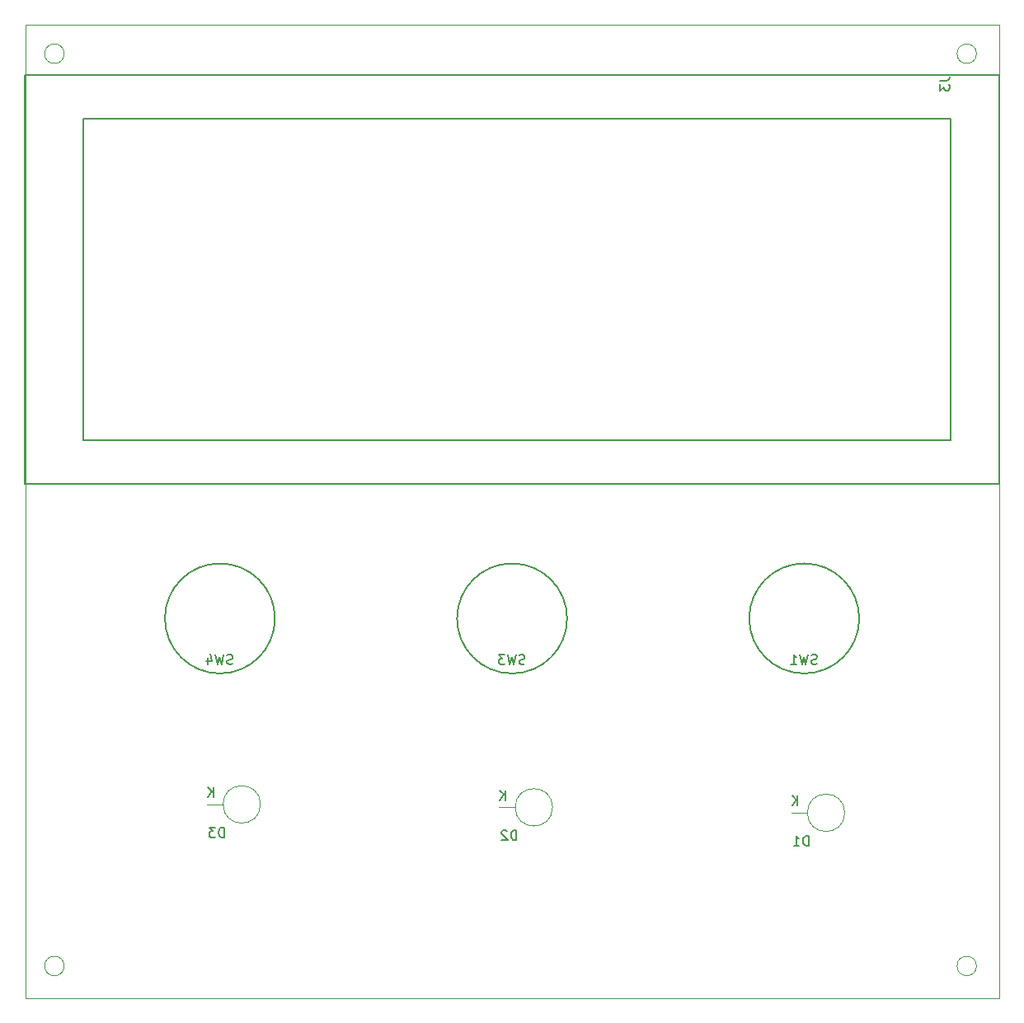
<source format=gbr>
%TF.GenerationSoftware,KiCad,Pcbnew,(5.0.0)*%
%TF.CreationDate,2020-03-24T12:10:01+01:00*%
%TF.ProjectId,Schaltplan_Modul2,536368616C74706C616E5F4D6F64756C,rev?*%
%TF.SameCoordinates,Original*%
%TF.FileFunction,Legend,Bot*%
%TF.FilePolarity,Positive*%
%FSLAX46Y46*%
G04 Gerber Fmt 4.6, Leading zero omitted, Abs format (unit mm)*
G04 Created by KiCad (PCBNEW (5.0.0)) date 03/24/20 12:10:01*
%MOMM*%
%LPD*%
G01*
G04 APERTURE LIST*
%ADD10C,0.100000*%
%ADD11C,0.150000*%
%ADD12C,0.120000*%
G04 APERTURE END LIST*
D10*
X98285000Y-141450000D02*
G75*
G03X98285000Y-141450000I-1000000J0D01*
G01*
X191980000Y-141450000D02*
G75*
G03X191980000Y-141450000I-1000000J0D01*
G01*
X191980000Y-47755000D02*
G75*
G03X191980000Y-47755000I-1000000J0D01*
G01*
X98285000Y-47755000D02*
G75*
G03X98285000Y-47755000I-1000000J0D01*
G01*
X94285000Y-144755000D02*
X194285000Y-144755000D01*
X194285000Y-44755000D02*
X194285000Y-144755000D01*
X94285000Y-144755000D02*
X94285000Y-44755000D01*
X94285000Y-44755000D02*
X194285000Y-44755000D01*
D11*
%TO.C,SW4*%
X119935000Y-105755000D02*
G75*
G03X119935000Y-105755000I-5650000J0D01*
G01*
%TO.C,SW3*%
X149935000Y-105755000D02*
G75*
G03X149935000Y-105755000I-5650000J0D01*
G01*
%TO.C,SW1*%
X179935000Y-105755000D02*
G75*
G03X179935000Y-105755000I-5650000J0D01*
G01*
D12*
%TO.C,D1*%
X174605000Y-125715000D02*
X172945000Y-125715000D01*
X178445000Y-125715000D02*
G75*
G03X178445000Y-125715000I-1920000J0D01*
G01*
%TO.C,D2*%
X144605000Y-125155000D02*
X142945000Y-125155000D01*
X148445000Y-125155000D02*
G75*
G03X148445000Y-125155000I-1920000J0D01*
G01*
%TO.C,D3*%
X114605000Y-124854000D02*
X112945000Y-124854000D01*
X118445000Y-124854000D02*
G75*
G03X118445000Y-124854000I-1920000J0D01*
G01*
D11*
%TO.C,J3*%
X189279877Y-87414071D02*
X189279877Y-54414071D01*
X100279877Y-87414071D02*
X189279877Y-87414071D01*
X100279877Y-54414071D02*
X189279877Y-54414071D01*
X100279877Y-54414071D02*
X100279877Y-87414071D01*
X94279877Y-49914071D02*
X194279877Y-49914071D01*
X194279877Y-91914071D02*
X194279877Y-49914071D01*
X94279877Y-91914071D02*
X194279877Y-91914071D01*
X94279877Y-49914071D02*
X94279877Y-91914071D01*
%TD*%
%TO.C,SW4*%
X115588333Y-110419761D02*
X115445476Y-110467380D01*
X115207380Y-110467380D01*
X115112142Y-110419761D01*
X115064523Y-110372142D01*
X115016904Y-110276904D01*
X115016904Y-110181666D01*
X115064523Y-110086428D01*
X115112142Y-110038809D01*
X115207380Y-109991190D01*
X115397857Y-109943571D01*
X115493095Y-109895952D01*
X115540714Y-109848333D01*
X115588333Y-109753095D01*
X115588333Y-109657857D01*
X115540714Y-109562619D01*
X115493095Y-109515000D01*
X115397857Y-109467380D01*
X115159761Y-109467380D01*
X115016904Y-109515000D01*
X114683571Y-109467380D02*
X114445476Y-110467380D01*
X114255000Y-109753095D01*
X114064523Y-110467380D01*
X113826428Y-109467380D01*
X113016904Y-109800714D02*
X113016904Y-110467380D01*
X113255000Y-109419761D02*
X113493095Y-110134047D01*
X112874047Y-110134047D01*
%TO.C,SW3*%
X145588333Y-110419761D02*
X145445476Y-110467380D01*
X145207380Y-110467380D01*
X145112142Y-110419761D01*
X145064523Y-110372142D01*
X145016904Y-110276904D01*
X145016904Y-110181666D01*
X145064523Y-110086428D01*
X145112142Y-110038809D01*
X145207380Y-109991190D01*
X145397857Y-109943571D01*
X145493095Y-109895952D01*
X145540714Y-109848333D01*
X145588333Y-109753095D01*
X145588333Y-109657857D01*
X145540714Y-109562619D01*
X145493095Y-109515000D01*
X145397857Y-109467380D01*
X145159761Y-109467380D01*
X145016904Y-109515000D01*
X144683571Y-109467380D02*
X144445476Y-110467380D01*
X144255000Y-109753095D01*
X144064523Y-110467380D01*
X143826428Y-109467380D01*
X143540714Y-109467380D02*
X142921666Y-109467380D01*
X143255000Y-109848333D01*
X143112142Y-109848333D01*
X143016904Y-109895952D01*
X142969285Y-109943571D01*
X142921666Y-110038809D01*
X142921666Y-110276904D01*
X142969285Y-110372142D01*
X143016904Y-110419761D01*
X143112142Y-110467380D01*
X143397857Y-110467380D01*
X143493095Y-110419761D01*
X143540714Y-110372142D01*
%TO.C,SW1*%
X175588333Y-110419761D02*
X175445476Y-110467380D01*
X175207380Y-110467380D01*
X175112142Y-110419761D01*
X175064523Y-110372142D01*
X175016904Y-110276904D01*
X175016904Y-110181666D01*
X175064523Y-110086428D01*
X175112142Y-110038809D01*
X175207380Y-109991190D01*
X175397857Y-109943571D01*
X175493095Y-109895952D01*
X175540714Y-109848333D01*
X175588333Y-109753095D01*
X175588333Y-109657857D01*
X175540714Y-109562619D01*
X175493095Y-109515000D01*
X175397857Y-109467380D01*
X175159761Y-109467380D01*
X175016904Y-109515000D01*
X174683571Y-109467380D02*
X174445476Y-110467380D01*
X174255000Y-109753095D01*
X174064523Y-110467380D01*
X173826428Y-109467380D01*
X172921666Y-110467380D02*
X173493095Y-110467380D01*
X173207380Y-110467380D02*
X173207380Y-109467380D01*
X173302619Y-109610238D01*
X173397857Y-109705476D01*
X173493095Y-109753095D01*
%TO.C,D1*%
X174723095Y-129087380D02*
X174723095Y-128087380D01*
X174485000Y-128087380D01*
X174342142Y-128135000D01*
X174246904Y-128230238D01*
X174199285Y-128325476D01*
X174151666Y-128515952D01*
X174151666Y-128658809D01*
X174199285Y-128849285D01*
X174246904Y-128944523D01*
X174342142Y-129039761D01*
X174485000Y-129087380D01*
X174723095Y-129087380D01*
X173199285Y-129087380D02*
X173770714Y-129087380D01*
X173485000Y-129087380D02*
X173485000Y-128087380D01*
X173580238Y-128230238D01*
X173675476Y-128325476D01*
X173770714Y-128373095D01*
X173606904Y-124967380D02*
X173606904Y-123967380D01*
X173035476Y-124967380D02*
X173464047Y-124395952D01*
X173035476Y-123967380D02*
X173606904Y-124538809D01*
%TO.C,D2*%
X144723095Y-128527380D02*
X144723095Y-127527380D01*
X144485000Y-127527380D01*
X144342142Y-127575000D01*
X144246904Y-127670238D01*
X144199285Y-127765476D01*
X144151666Y-127955952D01*
X144151666Y-128098809D01*
X144199285Y-128289285D01*
X144246904Y-128384523D01*
X144342142Y-128479761D01*
X144485000Y-128527380D01*
X144723095Y-128527380D01*
X143770714Y-127622619D02*
X143723095Y-127575000D01*
X143627857Y-127527380D01*
X143389761Y-127527380D01*
X143294523Y-127575000D01*
X143246904Y-127622619D01*
X143199285Y-127717857D01*
X143199285Y-127813095D01*
X143246904Y-127955952D01*
X143818333Y-128527380D01*
X143199285Y-128527380D01*
X143606904Y-124407380D02*
X143606904Y-123407380D01*
X143035476Y-124407380D02*
X143464047Y-123835952D01*
X143035476Y-123407380D02*
X143606904Y-123978809D01*
%TO.C,D3*%
X114723095Y-128226380D02*
X114723095Y-127226380D01*
X114485000Y-127226380D01*
X114342142Y-127274000D01*
X114246904Y-127369238D01*
X114199285Y-127464476D01*
X114151666Y-127654952D01*
X114151666Y-127797809D01*
X114199285Y-127988285D01*
X114246904Y-128083523D01*
X114342142Y-128178761D01*
X114485000Y-128226380D01*
X114723095Y-128226380D01*
X113818333Y-127226380D02*
X113199285Y-127226380D01*
X113532619Y-127607333D01*
X113389761Y-127607333D01*
X113294523Y-127654952D01*
X113246904Y-127702571D01*
X113199285Y-127797809D01*
X113199285Y-128035904D01*
X113246904Y-128131142D01*
X113294523Y-128178761D01*
X113389761Y-128226380D01*
X113675476Y-128226380D01*
X113770714Y-128178761D01*
X113818333Y-128131142D01*
X113606904Y-124106380D02*
X113606904Y-123106380D01*
X113035476Y-124106380D02*
X113464047Y-123534952D01*
X113035476Y-123106380D02*
X113606904Y-123677809D01*
%TO.C,J3*%
X188225380Y-50517666D02*
X188939666Y-50517666D01*
X189082523Y-50470047D01*
X189177761Y-50374809D01*
X189225380Y-50231952D01*
X189225380Y-50136714D01*
X188225380Y-50898619D02*
X188225380Y-51517666D01*
X188606333Y-51184333D01*
X188606333Y-51327190D01*
X188653952Y-51422428D01*
X188701571Y-51470047D01*
X188796809Y-51517666D01*
X189034904Y-51517666D01*
X189130142Y-51470047D01*
X189177761Y-51422428D01*
X189225380Y-51327190D01*
X189225380Y-51041476D01*
X189177761Y-50946238D01*
X189130142Y-50898619D01*
%TD*%
M02*

</source>
